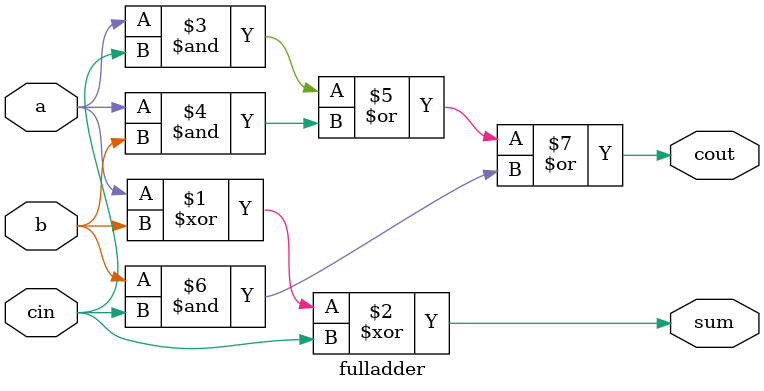
<source format=v>
module fulladder(
    input a,
    input b,
    input cin,
    output sum,
    output cout
    );
    
    assign sum = a^b^cin;
    assign cout = (a & cin) | (a & b) | (b & cin);
endmodule

</source>
